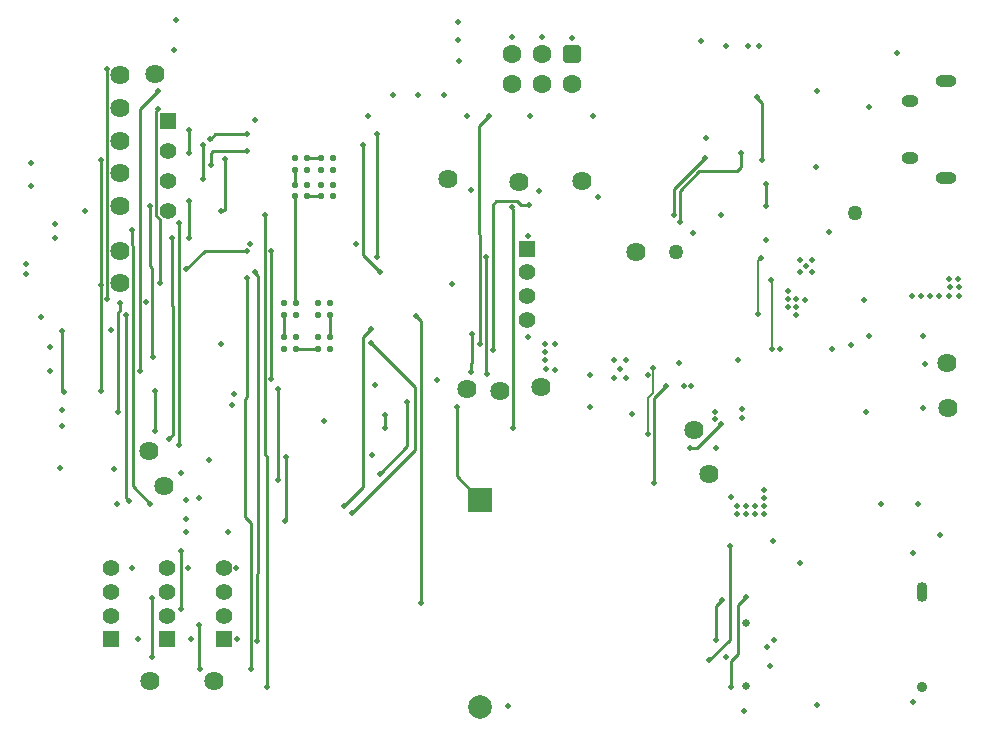
<source format=gbl>
G04*
G04 #@! TF.GenerationSoftware,Altium Limited,Altium Designer,24.1.2 (44)*
G04*
G04 Layer_Physical_Order=4*
G04 Layer_Color=16711680*
%FSLAX44Y44*%
%MOMM*%
G71*
G04*
G04 #@! TF.SameCoordinates,E849002E-D005-4F9B-B670-832AB9F5597C*
G04*
G04*
G04 #@! TF.FilePolarity,Positive*
G04*
G01*
G75*
%ADD10C,0.2540*%
%ADD23R,2.0000X2.0000*%
%ADD41C,1.2700*%
%ADD115C,0.5080*%
%ADD116C,0.5000*%
%ADD126C,0.2030*%
%ADD131C,2.0000*%
%ADD132C,1.6000*%
G04:AMPARAMS|DCode=133|XSize=1.6mm|YSize=1.6mm|CornerRadius=0.4mm|HoleSize=0mm|Usage=FLASHONLY|Rotation=180.000|XOffset=0mm|YOffset=0mm|HoleType=Round|Shape=RoundedRectangle|*
%AMROUNDEDRECTD133*
21,1,1.6000,0.8000,0,0,180.0*
21,1,0.8000,1.6000,0,0,180.0*
1,1,0.8000,-0.4000,0.4000*
1,1,0.8000,0.4000,0.4000*
1,1,0.8000,0.4000,-0.4000*
1,1,0.8000,-0.4000,-0.4000*
%
%ADD133ROUNDEDRECTD133*%
%ADD134R,1.4000X1.4000*%
%ADD135C,1.4000*%
%ADD136C,1.6256*%
%ADD137R,1.3980X1.3980*%
%ADD138C,1.3980*%
%ADD139O,0.9000X1.7000*%
%ADD140C,0.9000*%
%ADD141O,1.4600X1.0000*%
%ADD142O,1.8000X1.0000*%
%ADD143C,0.5500*%
%ADD144C,0.6350*%
D10*
X332500Y245173D02*
X355914Y268587D01*
Y305516D01*
X336951Y284034D02*
X336987Y284070D01*
Y294994D01*
X337023Y295030D01*
X317978Y233600D02*
Y360883D01*
X302584Y218206D02*
X317978Y233600D01*
Y360883D02*
X325023Y367928D01*
X362415Y265597D02*
Y318677D01*
X325023Y356070D02*
X362415Y318677D01*
X309084Y212266D02*
X362415Y265597D01*
X252829Y205663D02*
Y259433D01*
X252659Y205492D02*
X252829Y205663D01*
X397891Y242978D02*
Y301602D01*
Y242978D02*
X417566Y223303D01*
X246277Y239674D02*
X246344Y239607D01*
X246277Y239674D02*
Y316505D01*
X246210Y316572D02*
X246277Y316505D01*
X367500Y135914D02*
Y374405D01*
X362853Y379052D02*
X367500Y374405D01*
X162620Y269124D02*
Y269812D01*
X162120Y270312D02*
X162620Y269812D01*
X162120Y270312D02*
Y457081D01*
X63647Y316464D02*
X65085Y315026D01*
Y314360D02*
Y315026D01*
X63647Y316464D02*
Y364721D01*
X164079Y130573D02*
Y130768D01*
X163950Y130898D02*
X164079Y130768D01*
X163950Y130898D02*
Y179478D01*
X616940Y132880D02*
X622280Y138220D01*
X616940Y104354D02*
Y132880D01*
X628803Y104823D02*
Y184187D01*
X611152Y87171D02*
X628803Y104823D01*
X629776Y86814D02*
X635814Y92852D01*
Y134109D01*
X642338Y140633D01*
X629776Y64274D02*
Y86814D01*
X600995Y266639D02*
X621332Y286976D01*
X595418Y266639D02*
X600995D01*
X237342Y64338D02*
Y259366D01*
X235000Y261708D02*
X237342Y259366D01*
X564568Y237015D02*
Y309067D01*
X575061Y319559D01*
X154442Y275032D02*
X157168Y277758D01*
X156660Y387317D02*
Y444460D01*
X157168Y277758D02*
Y386809D01*
X154442Y275000D02*
Y275032D01*
X156660Y387317D02*
X157168Y386809D01*
X110536Y297426D02*
Y381343D01*
X123405Y234723D02*
Y418351D01*
Y234723D02*
X138366Y219762D01*
X129578Y332245D02*
Y553841D01*
X117861Y224516D02*
Y379729D01*
Y224516D02*
X120583Y221794D01*
X123405Y418351D02*
X123638Y418584D01*
Y438129D01*
X129578Y553841D02*
X144580Y568843D01*
X139738Y346262D02*
X139790Y346210D01*
Y344414D02*
X140276Y343928D01*
X139790Y344414D02*
Y346210D01*
X427967Y349724D02*
Y472651D01*
X431132Y475817D01*
X416088Y448057D02*
X416942Y447202D01*
Y354981D02*
Y447202D01*
X416088Y448057D02*
Y539591D01*
X422269Y380624D02*
X422438Y380793D01*
X422269Y331041D02*
X423143Y330168D01*
X422269Y331041D02*
Y380624D01*
X423143Y329481D02*
Y330168D01*
X422438Y380793D02*
Y428289D01*
X422340Y428386D02*
X422438Y428289D01*
X444284Y470049D02*
X445398Y468936D01*
X444284Y470049D02*
Y470737D01*
X445398Y283644D02*
Y468936D01*
X431132Y475817D02*
X448469D01*
X451922Y472363D02*
X458898D01*
X448469Y475817D02*
X451922Y472363D01*
X409943Y338756D02*
X410515Y339328D01*
X409943Y331708D02*
Y338756D01*
X410515Y339328D02*
Y363498D01*
X416088Y539591D02*
X424978Y548481D01*
X110536Y381343D02*
X112625Y383433D01*
Y390010D01*
X122720Y439047D02*
Y451928D01*
Y439047D02*
X123638Y438129D01*
X139738Y346262D02*
Y419801D01*
X138125Y421414D02*
Y471551D01*
Y421414D02*
X139738Y419801D01*
X226884Y415090D02*
X229668Y412305D01*
Y161287D02*
Y412305D01*
X228516Y160135D02*
X229668Y161287D01*
X228516Y103316D02*
Y160135D01*
X223436Y79671D02*
Y203350D01*
X218356Y208430D02*
X223436Y203350D01*
X179829Y79927D02*
X180085Y79671D01*
X179829Y79927D02*
Y117500D01*
X139796Y90000D02*
Y140000D01*
X223436Y79671D02*
X223436Y79671D01*
X218356Y208430D02*
Y308549D01*
X219778Y309971D01*
Y410778D01*
X184206Y433926D02*
X220114D01*
X168598Y418318D02*
X184206Y433926D01*
X96247Y314905D02*
X96417Y315075D01*
Y404702D01*
X96587Y404872D01*
X235000Y261708D02*
Y463928D01*
X226884Y415090D02*
Y415777D01*
X190908Y518043D02*
X219883D01*
X189420Y506310D02*
Y516555D01*
X190908Y518043D01*
X193273Y532645D02*
X219778D01*
X189596Y528968D02*
X193273Y532645D01*
X188930Y528968D02*
X189596D01*
X182460Y494632D02*
Y523645D01*
X96494Y404964D02*
Y502468D01*
X96495Y502469D01*
X101575Y493589D02*
Y587500D01*
Y493589D02*
X101627Y493538D01*
Y400800D02*
Y493538D01*
X101575Y400749D02*
X101627Y400800D01*
X101575Y393416D02*
Y400749D01*
X142240Y281713D02*
Y314905D01*
X142125Y281598D02*
X142240Y281713D01*
Y314905D02*
X142355Y315020D01*
X96495Y502469D02*
Y511212D01*
X142907Y473897D02*
Y552138D01*
Y469205D02*
X143165Y469463D01*
X142907Y463999D02*
Y469205D01*
X143165Y469463D02*
Y473638D01*
X142907Y473897D02*
X143165Y473638D01*
X146476Y406281D02*
Y460429D01*
X144414Y553645D02*
Y553779D01*
X142907Y463999D02*
X146476Y460429D01*
X142907Y552138D02*
X144414Y553645D01*
X240471Y325271D02*
Y434173D01*
Y325271D02*
X240747Y325546D01*
X201521Y468731D02*
Y511966D01*
X219778Y532645D02*
X219830Y532698D01*
X171026Y516929D02*
Y535928D01*
X317978Y430450D02*
Y523645D01*
X330063Y428435D02*
Y532645D01*
X198283Y467243D02*
X198948D01*
X200436Y468731D01*
X201521D01*
X171026Y444991D02*
Y475928D01*
X317978Y430450D02*
X332500Y415928D01*
X621332Y286976D02*
X621415D01*
X261207Y351070D02*
X280443D01*
X634759Y501252D02*
X638486Y504979D01*
Y516390D01*
X586268Y484654D02*
X602866Y501252D01*
X634759D01*
X581327Y464067D02*
Y486022D01*
X607556Y512251D01*
X586268Y458515D02*
Y484654D01*
X607556Y512251D02*
Y512850D01*
X655992Y511224D02*
Y559452D01*
X652075Y563369D02*
Y564056D01*
Y563369D02*
X655992Y559452D01*
X581188Y463928D02*
X581327Y464067D01*
X659414Y472047D02*
Y490217D01*
X290443Y361070D02*
Y379619D01*
X251207Y361070D02*
Y379619D01*
X260681Y480000D02*
X260944Y479737D01*
Y389882D02*
Y479737D01*
Y389882D02*
X261207Y389619D01*
X260681Y490000D02*
Y502174D01*
X270681Y480000D02*
X282500D01*
X270681Y512174D02*
X282500D01*
D23*
X417566Y223303D02*
D03*
D41*
X735007Y465856D02*
D03*
X583560Y432833D02*
D03*
D115*
X355914Y305516D02*
D03*
X285443Y289532D02*
D03*
X325584Y260729D02*
D03*
X328253Y319928D02*
D03*
X302584Y218206D02*
D03*
X246344Y239607D02*
D03*
X246210Y316572D02*
D03*
X309084Y212266D02*
D03*
X107713Y248916D02*
D03*
X559293Y328719D02*
D03*
X510710Y328505D02*
D03*
X188123Y256686D02*
D03*
X46003Y378314D02*
D03*
X163834Y246059D02*
D03*
X168388Y223303D02*
D03*
X52900Y352428D02*
D03*
X53011Y331928D02*
D03*
X63667Y299120D02*
D03*
X82602Y467269D02*
D03*
X62037Y250315D02*
D03*
X441104Y48418D02*
D03*
X640474Y44527D02*
D03*
X616940Y104256D02*
D03*
X622280Y138220D02*
D03*
X642338Y140633D02*
D03*
X611152Y87171D02*
D03*
X625449Y89671D02*
D03*
X595418Y266639D02*
D03*
X237342Y64338D02*
D03*
X564568Y237015D02*
D03*
X559488Y279208D02*
D03*
X110536Y297426D02*
D03*
X129578Y332245D02*
D03*
X140276Y343928D02*
D03*
X168190Y195963D02*
D03*
X168289Y206952D02*
D03*
X595787Y319559D02*
D03*
X589698D02*
D03*
X575061D02*
D03*
X427967Y349724D02*
D03*
X416942Y354981D02*
D03*
X422340Y428386D02*
D03*
X444284Y470737D02*
D03*
X458898Y472363D02*
D03*
X109673Y219462D02*
D03*
X117861Y379729D02*
D03*
X122720Y451928D02*
D03*
X134658Y390204D02*
D03*
X792622Y300445D02*
D03*
X794159Y338108D02*
D03*
X210930Y165003D02*
D03*
X211772Y105003D02*
D03*
X223436Y79671D02*
D03*
X228516Y103316D02*
D03*
X219778Y410778D02*
D03*
X198283Y355368D02*
D03*
X208790Y312366D02*
D03*
X445398Y283644D02*
D03*
X423143Y329481D02*
D03*
X457728Y446887D02*
D03*
Y361340D02*
D03*
X473164Y333898D02*
D03*
X128112Y105000D02*
D03*
X172735Y105001D02*
D03*
X170460Y165000D02*
D03*
X122846D02*
D03*
X138366Y219762D02*
D03*
X179136Y224364D02*
D03*
X182460Y523645D02*
D03*
X409943Y331708D02*
D03*
X204247Y195963D02*
D03*
X57604Y456351D02*
D03*
Y444381D02*
D03*
X142355Y315020D02*
D03*
X101575Y393416D02*
D03*
X96495Y511212D02*
D03*
X37399Y508190D02*
D03*
Y488763D02*
D03*
X240471Y325271D02*
D03*
X201521Y511966D02*
D03*
X226540Y544528D02*
D03*
X171026Y535928D02*
D03*
X317978Y523645D02*
D03*
X330063Y532645D02*
D03*
X171026Y475928D02*
D03*
X146476Y406281D02*
D03*
X101575Y587500D02*
D03*
X322874Y547928D02*
D03*
X312500Y439928D02*
D03*
X144580Y568843D02*
D03*
X171026Y444991D02*
D03*
X235000Y463928D02*
D03*
X207420Y303749D02*
D03*
X222968Y439928D02*
D03*
X226884Y415777D02*
D03*
X387104Y565800D02*
D03*
X365207Y565510D02*
D03*
X343807Y565480D02*
D03*
X399148Y594662D02*
D03*
X398461Y612480D02*
D03*
X398450Y627818D02*
D03*
X158220Y603645D02*
D03*
X159856Y629398D02*
D03*
X406070Y548481D02*
D03*
X634799Y217500D02*
D03*
X743945Y297130D02*
D03*
X33362Y414251D02*
D03*
X154442Y275000D02*
D03*
X162620Y269124D02*
D03*
X105080Y366682D02*
D03*
X63649Y285724D02*
D03*
X33362Y422668D02*
D03*
X142125Y281598D02*
D03*
X367500Y135914D02*
D03*
X787773Y219678D02*
D03*
X756737Y219805D02*
D03*
X660527Y98269D02*
D03*
X666488Y104256D02*
D03*
X629776Y64274D02*
D03*
X783844Y51875D02*
D03*
X702876Y49243D02*
D03*
X662595Y82040D02*
D03*
X585585Y339242D02*
D03*
X665637Y188250D02*
D03*
X807210Y193250D02*
D03*
X783637Y178459D02*
D03*
X687949Y170000D02*
D03*
X746324Y361579D02*
D03*
X731837Y354302D02*
D03*
X629879Y225186D02*
D03*
X642226Y217500D02*
D03*
X634686Y211348D02*
D03*
X642338D02*
D03*
X650054Y217500D02*
D03*
X657481Y211348D02*
D03*
X657468Y224870D02*
D03*
X657392Y231576D02*
D03*
X616940Y266639D02*
D03*
X616391Y291144D02*
D03*
X616257Y297812D02*
D03*
X677891Y400153D02*
D03*
Y386094D02*
D03*
Y393408D02*
D03*
X684587Y393436D02*
D03*
Y386374D02*
D03*
Y379694D02*
D03*
X783432Y395260D02*
D03*
X790681D02*
D03*
X798154D02*
D03*
X806131Y395495D02*
D03*
X814838Y396012D02*
D03*
X822957Y396075D02*
D03*
X822677Y403130D02*
D03*
X822212Y410280D02*
D03*
X815031Y403218D02*
D03*
X814628Y409854D02*
D03*
X472472Y341400D02*
D03*
Y348451D02*
D03*
Y355278D02*
D03*
X481108Y355217D02*
D03*
X480701Y332942D02*
D03*
X563810Y334659D02*
D03*
X653853Y607744D02*
D03*
X687875Y415699D02*
D03*
X698459D02*
D03*
X693167Y420991D02*
D03*
X698459Y426283D02*
D03*
X687875D02*
D03*
X621332Y464224D02*
D03*
X747037Y555624D02*
D03*
X332500Y415928D02*
D03*
X330063Y428435D02*
D03*
X410515Y363498D02*
D03*
X393284Y405790D02*
D03*
X362853Y379052D02*
D03*
X792154Y361523D02*
D03*
X621415Y286976D02*
D03*
X467438Y484802D02*
D03*
X517502Y479205D02*
D03*
X657557Y217500D02*
D03*
X650054Y211348D02*
D03*
X409954Y485132D02*
D03*
X325023Y356070D02*
D03*
Y367928D02*
D03*
X424978Y548481D02*
D03*
X638486Y516390D02*
D03*
X607556Y512850D02*
D03*
X655992Y511224D02*
D03*
X581188Y463928D02*
D03*
X586268Y458515D02*
D03*
X597650Y448656D02*
D03*
X608387Y529258D02*
D03*
X512752Y547844D02*
D03*
X712966Y449751D02*
D03*
X692910Y392265D02*
D03*
X460000Y547844D02*
D03*
X545619Y296143D02*
D03*
X655234Y428088D02*
D03*
X495084Y614470D02*
D03*
X469707Y615087D02*
D03*
X444284Y615002D02*
D03*
X664802Y350991D02*
D03*
X635563Y341219D02*
D03*
X659414Y490217D02*
D03*
Y472047D02*
D03*
X510849Y301356D02*
D03*
X652856Y380564D02*
D03*
X701832Y504832D02*
D03*
X742741Y392647D02*
D03*
X715384Y351057D02*
D03*
X671727Y350991D02*
D03*
X659715Y443292D02*
D03*
X664053Y409096D02*
D03*
X604833Y611240D02*
D03*
X625913Y607490D02*
D03*
X770635Y601394D02*
D03*
X702621Y569644D02*
D03*
X644201Y607490D02*
D03*
X652075Y564056D02*
D03*
D116*
X332500Y245173D02*
D03*
X336951Y284034D02*
D03*
X337023Y295030D02*
D03*
X252659Y205492D02*
D03*
X252829Y259433D02*
D03*
X397891Y301602D02*
D03*
X381181Y324369D02*
D03*
X63647Y365767D02*
D03*
X65085Y314360D02*
D03*
X164079Y130573D02*
D03*
X163950Y179478D02*
D03*
X628803Y184187D02*
D03*
X120583Y221794D02*
D03*
X180085Y79671D02*
D03*
X139796Y90000D02*
D03*
Y140000D02*
D03*
X179829Y117500D02*
D03*
X96247Y314905D02*
D03*
X219883Y518043D02*
D03*
X188930Y528968D02*
D03*
X182460Y494632D02*
D03*
X96587Y404872D02*
D03*
X112625Y390010D02*
D03*
X138125Y471551D02*
D03*
X168598Y418318D02*
D03*
X220114Y433926D02*
D03*
X240471Y434173D02*
D03*
X189420Y506310D02*
D03*
X219830Y532698D02*
D03*
X198283Y467243D02*
D03*
X171026Y516929D02*
D03*
X144414Y553779D02*
D03*
X156660Y444460D02*
D03*
X162120Y457081D02*
D03*
X530849Y341144D02*
D03*
Y326144D02*
D03*
X540849D02*
D03*
Y341144D02*
D03*
X535849Y333644D02*
D03*
X638879Y300144D02*
D03*
Y292144D02*
D03*
D126*
X564118Y313645D02*
Y334351D01*
X559488Y309014D02*
X564118Y313645D01*
X559488Y279208D02*
Y309014D01*
X563810Y334659D02*
X564118Y334351D01*
X652856Y425710D02*
X655234Y428088D01*
X652856Y380564D02*
Y425710D01*
X664427Y351366D02*
Y408721D01*
Y351366D02*
X664802Y350991D01*
X664053Y409096D02*
X664427Y408721D01*
D131*
X417566Y48003D02*
D03*
D132*
X444284Y575558D02*
D03*
Y600957D02*
D03*
X469684Y575558D02*
D03*
Y600957D02*
D03*
X495084Y575558D02*
D03*
D133*
Y600957D02*
D03*
D134*
X200399Y105003D02*
D03*
X105036Y105000D02*
D03*
X152631Y105002D02*
D03*
X457500Y435778D02*
D03*
D135*
X200399Y125003D02*
D03*
Y145003D02*
D03*
Y165003D02*
D03*
X105036Y125000D02*
D03*
Y145000D02*
D03*
Y165000D02*
D03*
X152631Y125002D02*
D03*
Y145002D02*
D03*
Y165002D02*
D03*
X457500Y375778D02*
D03*
Y395778D02*
D03*
Y415778D02*
D03*
D136*
X149430Y234723D02*
D03*
X812717Y338644D02*
D03*
X192491Y70000D02*
D03*
X138008D02*
D03*
X112522Y406281D02*
D03*
X813987Y300940D02*
D03*
X137238Y264375D02*
D03*
X406136Y316940D02*
D03*
X434275Y315064D02*
D03*
X112612Y499415D02*
D03*
X112970Y433710D02*
D03*
Y582697D02*
D03*
X112522Y471551D02*
D03*
X112727Y554688D02*
D03*
X112571Y526889D02*
D03*
X549348Y432935D02*
D03*
X503405Y493032D02*
D03*
X390284Y494632D02*
D03*
X450000Y492453D02*
D03*
X598929Y282134D02*
D03*
X141770Y583811D02*
D03*
X610958Y244792D02*
D03*
X468662Y318598D02*
D03*
D137*
X153140Y543443D02*
D03*
D138*
Y518043D02*
D03*
Y492643D02*
D03*
Y467243D02*
D03*
D139*
X791198Y145000D02*
D03*
D140*
Y65000D02*
D03*
D141*
X781327Y561007D02*
D03*
Y512507D02*
D03*
D142*
X812127Y577757D02*
D03*
Y495757D02*
D03*
D143*
X270681Y502174D02*
D03*
X260681D02*
D03*
X270681Y512174D02*
D03*
X260681D02*
D03*
X292500Y502174D02*
D03*
X282500D02*
D03*
X292500Y512174D02*
D03*
X282500D02*
D03*
X270681Y480000D02*
D03*
X260681D02*
D03*
X270681Y490000D02*
D03*
X260681D02*
D03*
X292500Y480000D02*
D03*
X282500D02*
D03*
X292500Y490000D02*
D03*
X282500D02*
D03*
X261207Y379619D02*
D03*
X251207D02*
D03*
X261207Y389619D02*
D03*
X251207D02*
D03*
X290443Y379619D02*
D03*
X280443D02*
D03*
X290443Y389619D02*
D03*
X280443D02*
D03*
X290443Y351070D02*
D03*
X280443D02*
D03*
X290443Y361070D02*
D03*
X280443D02*
D03*
X261207Y351070D02*
D03*
X251207D02*
D03*
X261207Y361070D02*
D03*
X251207D02*
D03*
D144*
X642779Y118841D02*
D03*
Y65501D02*
D03*
M02*

</source>
